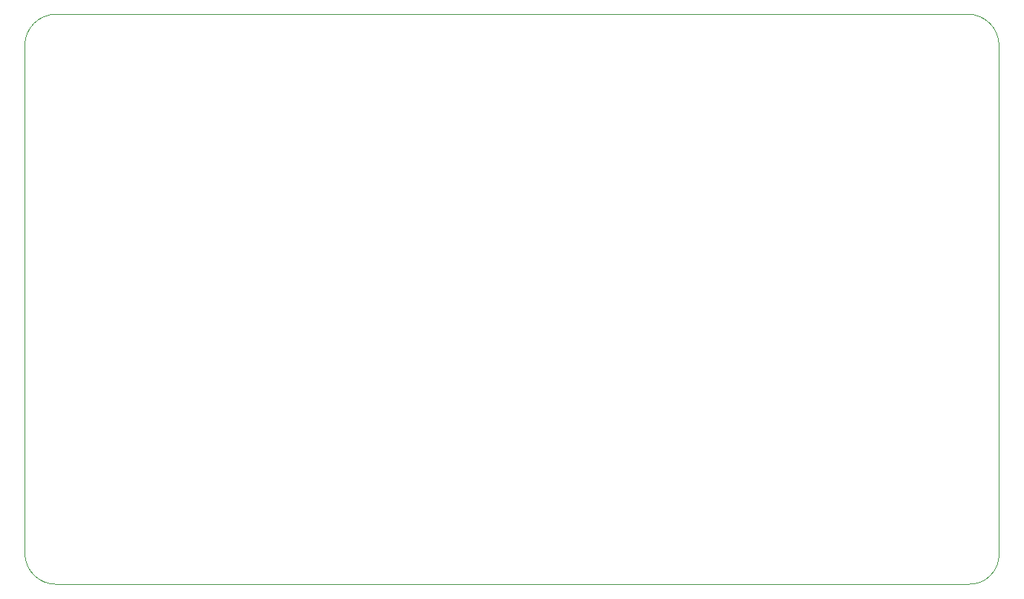
<source format=gm1>
%TF.GenerationSoftware,KiCad,Pcbnew,(6.0.0)*%
%TF.CreationDate,2022-03-13T19:16:45-04:00*%
%TF.ProjectId,esp23 i3 heat thermostat,65737032-3320-4693-9320-686561742074,rev?*%
%TF.SameCoordinates,Original*%
%TF.FileFunction,Profile,NP*%
%FSLAX46Y46*%
G04 Gerber Fmt 4.6, Leading zero omitted, Abs format (unit mm)*
G04 Created by KiCad (PCBNEW (6.0.0)) date 2022-03-13 19:16:45*
%MOMM*%
%LPD*%
G01*
G04 APERTURE LIST*
%TA.AperFunction,Profile*%
%ADD10C,0.100000*%
%TD*%
G04 APERTURE END LIST*
D10*
X53594000Y-48006000D02*
G75*
G03*
X50038000Y-51562000I-1J-3555999D01*
G01*
X161036000Y-109474000D02*
X161036000Y-51562000D01*
X161036000Y-51562000D02*
G75*
G03*
X157480000Y-48006000I-3555999J1D01*
G01*
X157480000Y-113030000D02*
G75*
G03*
X161036000Y-109474000I165808J3390192D01*
G01*
X157480000Y-48006000D02*
X53594000Y-48006000D01*
X53594000Y-113030000D02*
X157480000Y-113030000D01*
X50038000Y-51562000D02*
X50038000Y-109474000D01*
X50038000Y-109474000D02*
G75*
G03*
X53594000Y-113030000I3555999J-1D01*
G01*
M02*

</source>
